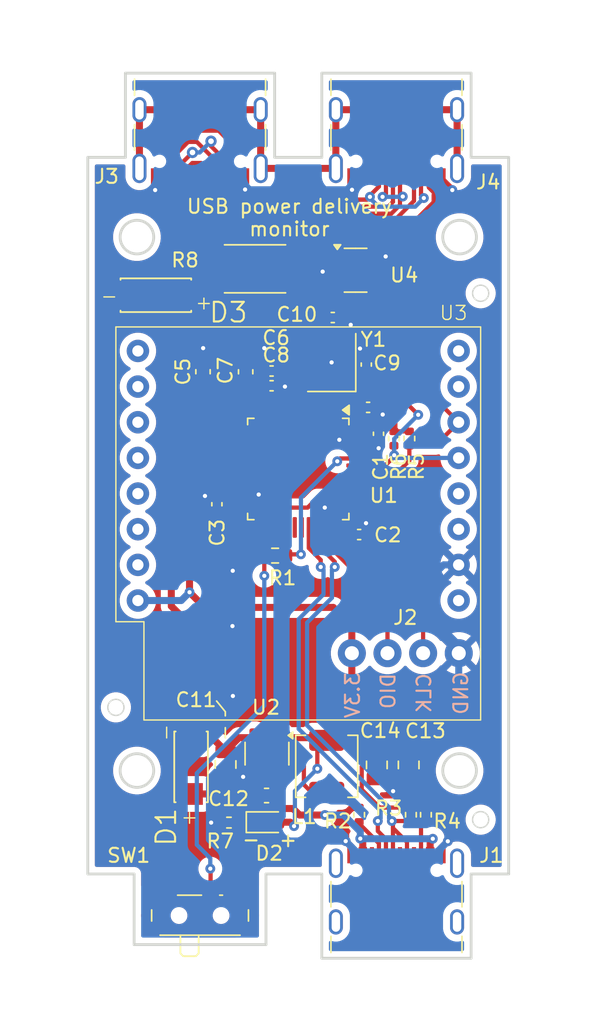
<source format=kicad_pcb>
(kicad_pcb (version 20241229) (generator "pcbnew") (generator_version "9.0")
  (layers (0 "F.Cu" signal) (2 "B.Cu" signal) (13 "F.Paste" user) (15 "B.Paste" user) (5 "F.SilkS" user "F.Silkscreen") (7 "B.SilkS" user "B.Silkscreen") (1 "F.Mask" user) (3 "B.Mask" user) (25 "Edge.Cuts" user))
  (net 0 "")
  (net 2 "GND")
  (net 5 "+3.3V")
  (net 6 "/NRST")
  (net 7 "/HSE_IN")
  (net 11 "/HSE_OUT")
  (net 14 "VIN")
  (net 17 "/SW")
  (net 21 "/BW")
  (net 25 "/VBUS_prog")
  (net 26 "/PWR_LED_C")
  (net 29 "VBUS")
  (net 31 "/CC1_prog")
  (net 42 "/USB_prog_D-")
  (net 48 "/USB_prog_D+")
  (net 49 "/CC2_prog")
  (net 51 "/SWCLK")
  (net 52 "/SWDIO")
  (net 53 "SHIELD")
  (net 54 "/VBUS_in")
  (net 55 "CC")
  (net 56 "SBU")
  (net 57 "USB_D+")
  (net 58 "USB_D-")
  (net 59 "/SW_BOOT0")
  (net 60 "/BOOT0")
  (net 61 "I2C1_SCL")
  (net 62 "I2C1_SDA")
  (footprint "my_footprints:4pin" (layer "F.Cu") (at 114.63 77.64)
    (property "Reference" "J2")
    (property "Value" "Debug")
  )
  (footprint "Resistor_SMD:R_0402_1005Metric" (layer "F.Cu") (at 115.03 89.15 -90)
    (property "Reference" "R4")
    (property "Value" "1k5")
  )
  (footprint "Resistor_SMD:R_0603_1608Metric" (layer "F.Cu") (at 105.35 70.69)
    (property "Reference" "R1")
    (property "Value" "10k")
  )
  (footprint "Capacitor_SMD:C_0402_1005Metric" (layer "F.Cu") (at 105.1 58.59)
    (property "Reference" "C6")
    (property "Value" "10n")
  )
  (footprint "Capacitor_SMD:C_0402_1005Metric" (layer "F.Cu") (at 111.98 60.13)
    (property "Reference" "C4" (hide yes))
    (property "Value" "100n")
  )
  (footprint "Button_Switch_SMD:SW_SPDT_PCM12" (layer "F.Cu") (at 100 96)
    (property "Reference" "SW1")
    (property "Value" "SW_SPDT")
  )
  (footprint "Capacitor_SMD:C_0402_1005Metric" (layer "F.Cu") (at 105.1 57.54 180)
    (property "Reference" "C8")
    (property "Value" "100n")
  )
  (footprint "Package_TO_SOT_SMD:TSOT-23-6" (layer "F.Cu") (at 104.77 84.7975 -90)
    (property "Reference" "U2")
    (property "Value" "AP63203WU")
  )
  (footprint "LED_SMD:LED_0603_1608Metric" (layer "F.Cu") (at 104.78 89.68)
    (property "Reference" "D2")
    (property "Value" "red")
  )
  (footprint "my_footprints:OLED_display_0_66" (layer "F.Cu") (at 107 65)
    (property "Reference" "U3")
    (property "Value" "0.66inch OLED display")
  )
  (footprint "my_footprints:DIOM7959X265N" (layer "F.Cu") (at 99.36 85.72 -90)
    (property "Reference" "D1")
    (property "Value" "SS34")
  )
  (footprint "my_footprints:JLC_tooling_hole" (layer "F.Cu") (at 120 52)
    (property "Reference" "U6" (hide yes))
    (property "Value" "~")
    (fp_circle (center 0 0) (end 0.576 0) (stroke (width 0.1)) (fill no) (layer "Edge.Cuts"))
  )
  (footprint "Capacitor_SMD:C_0805_2012Metric" (layer "F.Cu") (at 114.87 85.6 -90)
    (property "Reference" "C13")
    (property "Value" "22µ")
  )
  (footprint "Capacitor_SMD:C_0603_1608Metric" (layer "F.Cu") (at 100.21 57.59 90)
    (property "Reference" "C5")
    (property "Value" "10µ")
  )
  (footprint "Capacitor_SMD:C_0603_1608Metric" (layer "F.Cu") (at 103.25 57.595 90)
    (property "Reference" "C7")
    (property "Value" "1µ")
  )
  (footprint "my_footprints:USB_C_Receptacle" (layer "F.Cu") (at 100 40 180)
    (property "Reference" "J3")
    (property "Value" "USB_C_Receptacle_USB2.0_16P")
  )
  (footprint "Capacitor_SMD:C_0402_1005Metric" (layer "F.Cu") (at 109.46 53.73)
    (property "Reference" "C10")
    (property "Value" "10p")
  )
  (footprint "my_footprints:JLC_tooling_hole" (layer "F.Cu") (at 120 89.5)
    (property "Reference" "U7" (hide yes))
    (property "Value" "~")
    (fp_circle (center 0 0) (end 0.576 0) (stroke (width 0.1)) (fill no) (layer "Edge.Cuts"))
  )
  (footprint "Resistor_SMD:R_0402_1005Metric" (layer "F.Cu") (at 113.82 62.35 -90)
    (property "Reference" "R6")
    (property "Value" "2k2")
  )
  (footprint "Resistor_SMD:R_0402_1005Metric" (layer "F.Cu") (at 116.1 89.15 90)
    (property "Reference" "R3")
    (property "Value" "5k1")
  )
  (footprint "Capacitor_SMD:C_0603_1608Metric" (layer "F.Cu") (at 104.74 87.78 180)
    (property "Reference" "C12")
    (property "Value" "100n")
  )
  (footprint "Resistor_SMD:R_0402_1005Metric" (layer "F.Cu") (at 102.06 89.71 180)
    (property "Reference" "R7")
    (property "Value" "1k")
  )
  (footprint "Crystal:Crystal_SMD_3225-4Pin_3.2x2.5mm" (layer "F.Cu") (at 109.39 56.94 90)
    (property "Reference" "Y1")
    (property "Value" "16MHz")
  )
  (footprint "my_footprints:JLC_tooling_hole" (layer "F.Cu") (at 94 81.5)
    (property "Reference" "U5" (hide yes))
    (property "Value" "~")
    (fp_circle (center 0 0) (end 0.576 0) (stroke (width 0.1)) (fill no) (layer "Edge.Cuts"))
  )
  (footprint "Capacitor_SMD:C_0402_1005Metric" (layer "F.Cu") (at 112.72 62.01 -90)
    (property "Reference" "C1")
    (property "Value" "100n")
  )
  (footprint "Resistor_SMD:R_0402_1005Metric" (layer "F.Cu") (at 111.34 89.15 -90)
    (property "Reference" "R2")
    (property "Value" "5k1")
  )
  (footprint "my_footprints:USB_C_Receptacle" (layer "F.Cu") (at 114 95.71)
    (property "Reference" "J1")
    (property "Value" "USB_C_Receptacle_USB2.0_16P")
  )
  (footprint "Capacitor_SMD:C_0402_1005Metric" (layer "F.Cu") (at 111.85 57.08 90)
    (property "Reference" "C9")
    (property "Value" "10p")
  )
  (footprint "my_footprints:DIOM7959X265N" (layer "F.Cu") (at 96.83 52.14)
    (property "Reference" "D3")
    (property "Value" "SS34")
  )
  (footprint "Package_TO_SOT_SMD:SOT-23-8" (layer "F.Cu") (at 111.085 50.36)
    (property "Reference" "U4")
    (property "Value" "INA219AxDCN")
  )
  (footprint "Capacitor_SMD:C_0805_2012Metric" (layer "F.Cu") (at 101.82 85.57 -90)
    (property "Reference" "C11")
    (property "Value" "10µ")
  )
  (footprint "Capacitor_SMD:C_0402_1005Metric" (layer "F.Cu") (at 101.2 67.03 90)
    (property "Reference" "C3")
    (property "Value" "100n")
  )
  (footprint "Inductor_SMD:L_APV_APH0420" (layer "F.Cu") (at 109.03 85.7 90)
    (property "Reference" "L1")
    (property "Value" "4µ7")
  )
  (footprint "Package_QFP:LQFP-48_7x7mm_P0.5mm" (layer "F.Cu") (at 107 64.52 -90)
    (property "Reference" "U1")
    (property "Value" "STM32F103C8T6")
  )
  (footprint "Capacitor_SMD:C_0402_1005Metric" (layer "F.Cu") (at 111.34 69.19)
    (property "Reference" "C2")
    (property "Value" "100n")
  )
  (footprint "my_footprints:USB_C_Receptacle" (layer "F.Cu") (at 114 40 180)
    (property "Reference" "J4")
    (property "Value" "USB_C_Receptacle_USB2.0_16P")
  )
  (footprint "Capacitor_SMD:C_0805_2012Metric" (layer "F.Cu") (at 112.6 85.6 -90)
    (property "Reference" "C14")
    (property "Value" "22µ")
  )
  (footprint "Resistor_SMD:R_0402_1005Metric" (layer "F.Cu") (at 114.92 62.35 -90)
    (property "Reference" "R5")
    (property "Value" "2k2")
  )
  (footprint "Resistor_SMD:R_2512_6332Metric" (layer "F.Cu") (at 103.92 50.26)
    (property "Reference" "R8")
    (property "Value" "50 mOhm")
  )
  (gr_line (start 101.8 82.1) (end 101.8 81.81) (stroke (width 0.12)) (layer "F.SilkS"))
  (gr_line (start 101.8 83.66) (end 101.8 82.95) (stroke (width 0.12)) (layer "F.SilkS"))
  (gr_line (start 101.8 81.81) (end 101.18 81.05) (stroke (width 0.12)) (layer "F.SilkS"))
  (gr_line (start 94.68 42.32) (end 92 42.32) (stroke (width 0.2)) (layer "Edge.Cuts"))
  (gr_circle (center 95.5 86) (end 96.7 86) (stroke (width 0.2)) (fill no) (layer "Edge.Cuts"))
  (gr_line (start 119.32 36.32) (end 119.32 42.32) (stroke (width 0.2)) (layer "Edge.Cuts"))
  (gr_line (start 92 42.32) (end 92 93.37) (stroke (width 0.2)) (layer "Edge.Cuts"))
  (gr_line (start 108.68 36.32) (end 108.68 42.32) (stroke (width 0.2)) (layer "Edge.Cuts"))
  (gr_line (start 119.32 93.37) (end 119.32 99.37) (stroke (width 0.2)) (layer "Edge.Cuts"))
  (gr_line (start 105.32 36.32) (end 105.32 42.32) (stroke (width 0.2)) (layer "Edge.Cuts"))
  (gr_circle (center 118.5 48) (end 119.7 48) (stroke (width 0.2)) (fill no) (layer "Edge.Cuts"))
  (gr_line (start 108.68 99.37) (end 119.32 99.37) (stroke (width 0.2)) (layer "Edge.Cuts"))
  (gr_line (start 119.32 42.32) (end 122 42.32) (stroke (width 0.2)) (layer "Edge.Cuts"))
  (gr_line (start 95.3 98.4) (end 104.7 98.4) (stroke (width 0.2)) (layer "Edge.Cuts"))
  (gr_line (start 95.3 93.37) (end 92 93.37) (stroke (width 0.2)) (layer "Edge.Cuts"))
  (gr_circle (center 118.5 86) (end 119.7 86) (stroke (width 0.2)) (fill no) (layer "Edge.Cuts"))
  (gr_line (start 104.7 93.37) (end 104.7 98.4) (stroke (width 0.2)) (layer "Edge.Cuts"))
  (gr_circle (center 95.5 48) (end 96.7 48) (stroke (width 0.2)) (fill no) (layer "Edge.Cuts"))
  (gr_line (start 94.68 36.32) (end 94.68 42.32) (stroke (width 0.2)) (layer "Edge.Cuts"))
  (gr_line (start 105.32 36.32) (end 94.68 36.32) (stroke (width 0.2)) (layer "Edge.Cuts"))
  (gr_line (start 95.3 93.37) (end 95.3 98.4) (stroke (width 0.2)) (layer "Edge.Cuts"))
  (gr_line (start 108.68 93.37) (end 108.68 99.37) (stroke (width 0.2)) (layer "Edge.Cuts"))
  (gr_line (start 119.32 36.32) (end 108.68 36.32) (stroke (width 0.2)) (layer "Edge.Cuts"))
  (gr_line (start 119.32 93.37) (end 122 93.37) (stroke (width 0.2)) (layer "Edge.Cuts"))
  (gr_line (start 108.68 93.37) (end 104.7 93.37) (stroke (width 0.2)) (layer "Edge.Cuts"))
  (gr_line (start 108.68 42.32) (end 105.32 42.32) (stroke (width 0.2)) (layer "Edge.Cuts"))
  (gr_line (start 122 93.37) (end 122 42.32) (stroke (width 0.2)) (layer "Edge.Cuts"))
  (gr_text "-" (at 102.92 91.49 0) (layer "F.SilkS") (effects (font (size 1 1)) (justify left bottom)))
  (gr_text "+" (at 105.56 91.52 0) (layer "F.SilkS") (effects (font (size 1 1)) (justify left bottom)))
  (gr_text "USB power delivery\nmonitor" (at 106.37 48.01 0) (layer "F.SilkS") (effects (font (size 1 1)) (justify bottom)))
  (gr_text "3.3V" (at 111.46 78.92 90) (layer "B.SilkS") (effects (font (size 1 1)) (justify left bottom mirror)))
  (gr_text "GND" (at 119.18 78.87 90) (layer "B.SilkS") (effects (font (size 1 1)) (justify left bottom mirror)))
  (gr_text "DIO" (at 113.99 78.98 90) (layer "B.SilkS") (effects (font (size 1 1)) (justify left bottom mirror)))
  (gr_text "CLK" (at 116.55 78.98 90) (layer "B.SilkS") (effects (font (size 1 1)) (justify left bottom mirror)))
  (segment (start 102.8375 66.77) (end 101.91 66.77) (width 0.3) (layer "F.Cu") (net 2))
  (segment (start 101.91 66.77) (end 101.69 66.55) (width 0.3) (layer "F.Cu") (net 2))
  (segment (start 102.8375 66.77) (end 103.75 66.77) (width 0.3) (layer "F.Cu") (net 2))
  (segment (start 110.38 89.09) (end 110.41 89.06) (width 0.5) (layer "F.Cu") (net 2))
  (segment (start 103.67 56.82) (end 104.58 55.91) (width 0.3) (layer "F.Cu") (net 2))
  (segment (start 101.89 86.45) (end 101.82 86.52) (width 0.5) (layer "F.Cu") (net 2))
  (segment (start 108.965 50.685) (end 108.74 50.46) (width 0.3) (layer "F.Cu") (net 2))
  (segment (start 110.24 55.84) (end 110.24 54.75) (width 0.3) (layer "F.Cu") (net 2))
  (segment (start 100.21 56.815) (end 100.21 55.92) (width 0.5) (layer "F.Cu") (net 2))
  (segment (start 114.87 86.55) (end 114.68 86.55) (width 0.5) (layer "F.Cu") (net 2))
  (segment (start 106.25 58.85) (end 106.05 58.65) (width 0.3) (layer "F.Cu") (net 2))
  (segment (start 108.54 57.76359) (end 109.376522 56.927068) (width 0.3) (layer "F.Cu") (net 2))
  (segment (start 103.21 44.61) (end 103.21 43.69) (width 0.5) (layer "F.Cu") (net 2))
  (segment (start 100.46 66.55) (end 100.35 66.44) (width 0.3) (layer "F.Cu") (net 2))
  (segment (start 110.83 88.64) (end 110.41 89.06) (width 0.5) (layer "F.Cu") (net 2))
  (segment (start 112.72 62.49) (end 112.72 63.03) (width 0.3) (layer "F.Cu") (net 2))
  (segment (start 111.3 55.84) (end 111.4 55.94) (width 0.3) (layer "F.Cu") (net 2))
  (segment (start 109.9475 50.685) (end 108.965 50.685) (width 0.3) (layer "F.Cu") (net 2))
  (segment (start 101.55 89.71) (end 100.79 89.71) (width 0.5) (layer "F.Cu") (net 2))
  (segment (start 112.2225 50.035) (end 112.2225 49.385) (width 0.3) (layer "F.Cu") (net 2))
  (segment (start 97.75 92.75) (end 97.75 94.57) (width 0.5) (layer "F.Cu") (net 2))
  (segment (start 111.85 56.39) (end 111.4 55.94) (width 0.3) (layer "F.Cu") (net 2))
  (segment (start 109.25 68.6825) (end 109.25 67.63) (width 0.3) (layer "F.Cu") (net 2))
  (segment (start 103.25 56.82) (end 103.67 56.82) (width 0.3) (layer "F.Cu") (net 2))
  (segment (start 105.99 58.59) (end 106.05 58.65) (width 0.3) (layer "F.Cu") (net 2))
  (segment (start 110.8 92.03) (end 110.8 91.45) (width 0.5) (layer "F.Cu") (net 2))
  (segment (start 112.2225 49.385) (end 113.225 49.385) (width 0.3) (layer "F.Cu") (net 2))
  (segment (start 110.09789 62.27) (end 109.927746 62.440144) (width 0.3) (layer "F.Cu") (net 2))
  (segment (start 117.2 91.5) (end 117.66 91.04) (width 0.5) (layer "F.Cu") (net 2))
  (segment (start 114.68 86.55) (end 113.76 87.47) (width 0.5) (layer "F.Cu") (net 2))
  (segment (start 110.8 91.45) (end 110.38 91.03) (width 0.5) (layer "F.Cu") (net 2))
  (segment (start 112.6 86.55) (end 112.84 86.55) (width 0.5) (layer "F.Cu") (net 2))
  (segment (start 108.54 58.04) (end 108.54 57.76359) (width 0.3) (layer "F.Cu") (net 2))
  (segment (start 111.34 88.64) (end 110.83 88.64) (width 0.5) (layer "F.Cu") (net 2))
  (segment (start 110.24 54.75) (end 110.74 54.25) (width 0.3) (layer "F.Cu") (net 2))
  (segment (start 103.75 66.77) (end 104.18 66.34) (width 0.3) (layer "F.Cu") (net 2))
  (segment (start 103.585 85.935) (end 103.07 86.45) (width 0.5) (layer "F.Cu") (net 2))
  (segment (start 112.72 63.03) (end 112.73 63.04) (width 0.3) (layer "F.Cu") (net 2))
  (segment (start 113.225 49.385) (end 113.23 49.38) (width 0.3) (layer "F.Cu") (net 2))
  (segment (start 109.25 67.63) (end 108.89 67.27) (width 0.3) (layer "F.Cu") (net 2))
  (segment (start 110.24 55.84) (end 111.3 55.84) (width 0.3) (layer "F.Cu") (net 2))
  (segment (start 100.21 55.92) (end 100.22 55.91) (width 0.3) (layer "F.Cu") (net 2))
  (segment (start 110.83 43.71) (end 110.8 43.68) (width 0.5) (layer "F.Cu") (net 2))
  (segment (start 101.69 66.55) (end 101.2 66.55) (width 0.3) (layer "F.Cu") (net 2))
  (segment (start 111.85 56.6) (end 111.85 56.39) (width 0.3) (layer "F.Cu") (net 2))
  (segment (start 110.24 56.06359) (end 109.376522 56.927068) (width 0.3) (layer "F.Cu") (net 2))
  (segment (start 112.51 60.13) (end 113.02 60.64) (width 0.3) (layer "F.Cu") (net 2))
  (segment (start 112.84 86.55) (end 113.76 87.47) (width 0.5) (layer "F.Cu") (net 2))
  (segment (start 104.62 57.54) (end 104.62 55.95) (width 0.3) (layer "F.Cu") (net 2))
  (segment (start 111.1625 62.27) (end 112.09 62.27) (width 0.3) (layer "F.Cu") (net 2))
  (segment (start 111.82 69.19) (end 111.82 68.39) (width 0.5) (layer "F.Cu") (net 2))
  (segment (start 109.94 53.73) (end 110.22 53.73) (width 0.3) (layer "F.Cu") (net 2))
  (segment (start 111.82 68.39) (end 111.83 68.38) (width 0.5) (layer "F.Cu") (net 2))
  (segment (start 103.21 43.69) (end 103.2 43.68) (width 0.5) (layer "F.Cu") (net 2))
  (segment (start 118.021637 44.689438) (end 117.980954 44.648755) (width 0.5) (layer "F.Cu") (net 2))
  (segment (start 104.62 55.95) (end 104.58 55.91) (width 0.3) (layer "F.Cu") (net 2))
  (segment (start 105.58 58.59) (end 105.99 58.59) (width 0.3) (layer "F.Cu") (net 2))
  (segment (start 96.8 43.68) (end 96.8 44.649415) (width 0.5) (layer "F.Cu") (net 2))
  (segment (start 110.22 53.73) (end 110.74 54.25) (width 0.3) (layer "F.Cu") (net 2))
  (segment (start 118.021637 44.701554) (end 118.021637 44.689438) (width 0.5) (layer "F.Cu") (net 2))
  (segment (start 117.2 92.03) (end 117.2 91.5) (width 0.5) (layer "F.Cu") (net 2))
  (segment (start 110.38 91.03) (end 110.38 89.09) (width 0.5) (layer "F.Cu") (net 2))
  (segment (start 117.2 43.879917) (end 118.021637 44.701554) (width 0.5) (layer "F.Cu") (net 2))
  (segment (start 108.54 58.04) (end 108.54 57.54) (width 0.3) (layer "F.Cu") (net 2))
  (segment (start 100.79 89.71) (end 97.75 92.75) (width 0.5) (layer "F.Cu") (net 2))
  (segment (start 103.82 85.935) (end 103.585 85.935) (width 0.5) (layer "F.Cu") (net 2))
  (segment (start 106.25 59.008309) (end 106.25 58.85) (width 0.3) (layer "F.Cu") (net 2))
  (segment (start 112.09 62.27) (end 112.31 62.49) (width 0.3) (layer "F.Cu") (net 2))
  (segment (start 117.2 43.68) (end 117.2 43.879917) (width 0.5) (layer "F.Cu") (net 2))
  (segment (start 101.2 66.55) (end 100.46 66.55) (width 0.3) (layer "F.Cu") (net 2))
  (segment (start 110.24 55.84) (end 110.24 56.06359) (width 0.3) (layer "F.Cu") (net 2))
  (segment (start 103.07 86.45) (end 101.89 86.45) (width 0.5) (layer "F.Cu") (net 2))
  (segment (start 112.46 60.13) (end 112.51 60.13) (width 0.5) (layer "F.Cu") (net 2))
  (segment (start 111.1625 62.27) (end 110.09789 62.27) (width 0.3) (layer "F.Cu") (net 2))
  (segment (start 112.31 62.49) (end 112.72 62.49) (width 0.3) (layer "F.Cu") (net 2))
  (segment (start 106.25 60.3575) (end 106.25 59.008309) (width 0.3) (layer "F.Cu") (net 2))
  (segment (start 110.83 44.63) (end 110.83 43.71) (width 0.5) (layer "F.Cu") (net 2))
  (via (at 100.79 89.71) (size 0.7) (drill 0.3) (layers "F.Cu" "B.Cu") (net 2))
  (via (at 113.23 49.38) (size 0.7) (drill 0.3) (layers "F.Cu" "B.Cu") (net 2))
  (via (at 112.73 63.04) (size 0.7) (drill 0.3) (layers "F.Cu" "B.Cu") (net 2))
  (via (at 103.21 44.61) (size 0.7) (drill 0.3) (layers "F.Cu" "B.Cu") (net 2))
  (via (at 104.18 66.34) (size 0.7) (drill 0.3) (layers "F.Cu" "B.Cu") (net 2))
  (via (at 106.05 58.65) (size 0.7) (drill 0.3) (layers "F.Cu" "B.Cu") (net 2))
  (via (at 108.89 67.27) (size 0.7) (drill 0.3) (layers "F.Cu" "B.Cu") (net 2))
  (via (at 113.76 87.47) (size 0.7) (drill 0.3) (layers "F.Cu" "B.Cu") (net 2))
  (via (at 110.74 54.25) (size 0.7) (drill 0.3) (layers "F.Cu" "B.Cu") (net 2))
  (via (at 100.22 55.91) (size 0.7) (drill 0.3) (layers "F.Cu" "B.Cu") (net 2))
  (via (at 110.38 91.03) (size 0.7) (drill 0.3) (layers "F.Cu" "B.Cu") (net 2))
  (via (at 111.83 68.38) (size 0.7) (drill 0.3) (layers "F.Cu" "B.Cu") (net 2))
  (via (at 102.33 71.77) (size 0.7) (drill 0.3) (layers "F.Cu" "B.Cu") (net 2))
  (via (at 100.35 66.44) (size 0.7) (drill 0.3) (layers "F.Cu" "B.Cu") (net 2))
  (via (at 109.927746 62.440144) (size 0.7) (drill 0.3) (layers "F.Cu" "B.Cu") (net 2))
  (via (at 117.980954 44.648755) (size 0.7) (drill 0.3) (layers "F.Cu" "B.Cu") (net 2))
  (via (at 102.34 80.69) (size 0.7) (drill 0.3) (layers "F.Cu" "B.Cu") (net 2))
  (via (at 111.4 55.94) (size 0.7) (drill 0.3) (layers "F.Cu" "B.Cu") (net 2))
  (via (at 113.02 60.64) (size 0.7) (drill 0.3) (layers "F.Cu" "B.Cu") (net 2))
  (via (at 103.07 86.45) (size 0.7) (drill 0.3) (layers "F.Cu" "B.Cu") (net 2))
  (via (at 110.83 44.63) (size 0.7) (drill 0.3) (layers "F.Cu" "B.Cu") (net 2))
  (via (at 108.74 50.46) (size 0.7) (drill 0.3) (layers "F.Cu" "B.Cu") (net 2))
  (via (at 102.31 75.71) (size 0.7) (drill 0.3) (layers "F.Cu" "B.Cu") (net 2))
  (via (at 96.8 44.649415) (size 0.7) (drill 0.3) (layers "F.Cu" "B.Cu") (net 2))
  (via (at 109.376522 56.927068) (size 0.7) (drill 0.3) (layers "F.Cu" "B.Cu") (net 2))
  (via (at 104.58 55.91) (size 0.7) (drill 0.3) (layers "F.Cu" "B.Cu") (net 2))
  (via (at 117.66 91.04) (size 0.7) (drill 0.3) (layers "F.Cu" "B.Cu") (net 2))
  (segment (start 102.34 75.74) (end 102.34 80.69) (width 0.3) (layer "B.Cu") (net 2))
  (segment (start 104.39 56.58) (end 100.89 56.58) (width 0.3) (layer "B.Cu") (net 2))
  (segment (start 107.65359 58.65) (end 107.771795 58.531795) (width 0.3) (layer "B.Cu") (net 2))
  (segment (start 116.15 74.78) (end 118.44 77.07) (width 0.5) (layer "B.Cu") (net 2))
  (segment (start 113.23 49.38) (end 113.23 58.57) (width 0.3) (layer "B.Cu") (net 2))
  (segment (start 109.927746 62.440144) (end 109.927746 61.962254) (width 0.3) (layer "B.Cu") (net 2))
  (segment (start 117.36 71.35) (end 118.43 71.35) (width 0.5) (layer "B.Cu") (net 2))
  (segment (start 116.15 72.56) (end 116.15 74.78) (width 0.5) (layer "B.Cu") (net 2))
  (segment (start 113.23 58.66) (end 113.23 58.57) (width 0.3) (layer "B.Cu") (net 2))
  (segment (start 110.412932 56.927068) (end 111.4 55.94) (width 0.3) (layer "B.Cu") (net 2))
  (segment (start 118.44 80.3) (end 118.44 77.64) (width 0.5) (layer "B.Cu") (net 2))
  (segment (start 100.79 90.51) (end 101.3 91.02) (width 0.5) (layer "B.Cu") (net 2))
  (segment (start 100.89 56.58) (end 100.22 55.91) (width 0.3) (layer "B.Cu") (net 2))
  (segment (start 108.74 50.46) (end 112.15 50.46) (width 0.5) (layer "B.Cu") (net 2))
  (segment (start 111.25 60.64) (end 111.17 60.72) (width 0.3) (layer "B.Cu") (net 2))
  (segment (start 110.72 67.27) (end 111.83 68.38) (width 0.3) (layer "B.Cu") (net 2))
  (segment (start 104.18 66.34) (end 106.02789 66.34) (width 0.3) (layer "B.Cu") (net 2))
  (segment (start 118.44 77.07) (end 118.44 77.64) (width 0.5) (layer "B.Cu") (net 2))
  (segment (start 104.58 55.91) (end 104.39 56.1) (width 0.3) (layer "B.Cu") (net 2))
  (segment (start 116.79 89.45) (end 114.81 87.47) (width 0.5) (layer "B.Cu") (net 2))
  (segment (start 111.71 43.75) (end 110.83 44.63) (width 0.5) (layer "B.Cu") (net 2))
  (segment (start 111.97 68.38) (end 116.15 72.56) (width 0.5) (layer "B.Cu") (net 2))
  (segment (start 117.378755 44.648755) (end 116.48 43.75) (width 0.5) (layer "B.Cu") (net 2))
  (segment (start 106.02789 66.34) (end 109.927746 62.440144) (width 0.3) (layer "B.Cu") (net 2))
  (segment (start 112.130144 62.440144) (end 109.927746 62.440144) (width 0.3) (layer "B.Cu") (net 2))
  (segment (start 104.39 56.1) (end 104.39 56.58) (width 0.3) (layer "B.Cu") (net 2))
  (segment (start 112.73 67.48) (end 111.83 68.38) (width 0.5) (layer "B.Cu") (net 2))
  (segment (start 113.23 49.38) (end 117.961245 44.648755) (width 0.5) (layer "B.Cu") (net 2))
  (segment (start 109.927746 61.962254) (end 111.17 60.72) (width 0.3) (layer "B.Cu") (net 2))
  (segment (start 106.05 58.24) (end 104.39 56.58) (width 0.3) (layer "B.Cu") (net 2))
  (segment (start 106.05 58.65) (end 107.65359 58.65) (width 0.3) (layer "B.Cu") (net 2))
  (segment (start 114.81 87.47) (end 113.76 87.47) (width 0.5) (layer "B.Cu") (net 2))
  (segment (start 104.18 66.34) (end 102.33 68.19) (width 0.3) (layer "B.Cu") (net 2))
  (segment (start 111.4 54.91) (end 110.74 54.25) (width 0.3) (layer "B.Cu") (net 2))
  (segment (start 113.76 87.47) (end 113.76 84.98) (width 0.5) (layer "B.Cu") (net 2))
  (segment (start 116.83 89.45) (end 116.79 89.45) (width 0.5) (layer "B.Cu") (net 2))
  (segment (start 103.170585 44.649415) (end 103.21 44.61) (width 0.5) (layer "B.Cu") (net 2))
  (segment (start 96.8 44.649415) (end 103.170585 44.649415) (width 0.5) (layer "B.Cu") (net 2))
  (segment (start 117.66 90.28) (end 116.83 89.45) (width 0.5) (layer "B.Cu") (net 2))
  (segment (start 109.376522 56.927068) (end 110.412932 56.927068) (width 0.3) (layer "B.Cu") (net 2))
  (segment (start 110.38 91.03) (end 111.15 91.8) (width 0.5) (layer "B.Cu") (net 2))
  (segment (start 110.38 91.03) (end 109.34 91.03) (width 0.5) (layer "B.Cu") (net 2))
  (segment (start 109.34 91.03) (end 109.33 91.02) (width 0.5) (layer "B.Cu") (net 2))
  (segment (start 110.83 44.63) (end 103.23 44.63) (width 0.5) (layer "B.Cu") (net 2))
  (segment (start 112.73 63.04) (end 112.130144 62.440144) (width 0.3) (layer "B.Cu") (net 2))
  (segment (start 117.961245 44.648755) (end 117.980954 44.648755) (width 0.3) (layer "B.Cu") (net 2))
  (segment (start 108.89 67.27) (end 110.72 67.27) (width 0.3) (layer "B.Cu") (net 2))
  (segment (start 116.15 72.56) (end 117.36 71.35) (width 0.5) (layer "B.Cu") (net 2))
  (segment (start 102.33 75.69) (end 102.31 75.71) (width 0.3) (layer "B.Cu") (net 2))
  (segment (start 102.31 75.71) (end 102.34 75.74) (width 0.3) (layer "B.Cu") (net 2))
  (segment (start 106.05 58.65) (end 106.05 58.24) (width 0.3) (layer "B.Cu") (net 2))
  (segment (start 110.329856 62.440144) (end 109.927746 62.440144) (width 0.3) (layer "B.Cu") (net 2))
  (segment (start 100.79 89.71) (end 100.79 90.51) (width 0.5) (layer "B.Cu") (net 2))
  (segment (start 103.23 44.63) (end 103.21 44.61) (width 0.5) (layer "B.Cu") (net 2))
  (segment (start 111.83 68.38) (end 111.97 68.38) (width 0.5) (layer "B.Cu") (net 2))
  (segment (start 113.02 60.64) (end 111.25 60.64) (width 0.3) (layer "B.Cu") (net 2))
  (segment (start 116.48 43.75) (end 111.71 43.75) (width 0.5) (layer "B.Cu") (net 2))
  (segment (start 102.33 68.19) (end 102.33 71.77) (width 0.3) (layer "B.Cu") (net 2))
  (segment (start 113.23 60.43) (end 113.02 60.64) (width 0.3) (layer "B.Cu") (net 2))
  (segment (start 111.4 55.94) (end 111.4 54.91) (width 0.3) (layer "B.Cu") (net 2))
  (segment (start 107.771795 58.531795) (end 109.376522 56.927068) (width 0.3) (layer "B.Cu") (net 2))
  (segment (start 113.76 84.98) (end 118.44 80.3) (width 0.5) (layer "B.Cu") (net 2))
  (segment (start 112.15 50.46) (end 113.23 49.38) (width 0.5) (layer "B.Cu") (net 2))
  (segment (start 116.9 91.8) (end 117.66 91.04) (width 0.5) (layer "B.Cu") (net 2))
  (segment (start 102.33 71.77) (end 102.33 75.69) (width 0.3) (layer "B.Cu") (net 2))
  (segment (start 109.376522 56.927068) (end 109.376522 58.926522) (width 0.3) (layer "B.Cu") (net 2))
  (segment (start 117.980954 44.648755) (end 117.378755 44.648755) (width 0.5) (layer "B.Cu") (net 2))
  (segment (start 113.23 58.57) (end 113.23 60.43) (width 0.3) (layer "B.Cu") (net 2))
  (segment (start 109.376522 58.926522) (end 111.17 60.72) (width 0.3) (layer "B.Cu") (net 2))
  (segment (start 112.73 63.04) (end 112.73 67.48) (width 0.5) (layer "B.Cu") (net 2))
  (segment (start 109.33 91.02) (end 101.3 91.02) (width 0.5) (layer "B.Cu") (net 2))
  (segment (start 111.15 91.8) (end 116.9 91.8) (width 0.5) (layer "B.Cu") (net 2))
  (segment (start 117.66 91.04) (end 117.66 90.28) (width 0.5) (layer "B.Cu") (net 2))
  (segment (start 109.75 69.41) (end 109.93 69.59) (width 0.3) (layer "F.Cu") (net 5))
  (segment (start 113.51 61.53) (end 113.82 61.84) (width 0.3) (layer "F.Cu") (net 5))
  (segment (start 102.34 58.37) (end 101.67 57.7) (width 0.5) (layer "F.Cu") (net 5))
  (segment (start 108.37 66.57) (end 107.67 67.27) (width 0.3) (layer "F.Cu") (net 5))
  (segment (start 99.21 66.82) (end 99.9 67.51) (width 0.5) (layer "F.Cu") (net 5))
  (segment (start 112.611 58.029) (end 112.72 58.138) (width 0.5) (layer "F.Cu") (net 5))
  (segment (start 103.015 54.215) (end 106.605 54.215) (width 0.5) (layer "F.Cu") (net 5))
  (segment (start 108.36 85.87) (end 108.36 84.52) (width 0.3) (layer "F.Cu") (net 5))
  (segment (start 105.5675 89.68) (end 106.42 89.68) (width 0.5) (layer "F.Cu") (net 5))
  (segment (start 107.67 67.27) (end 102.8375 67.27) (width 0.3) (layer "F.Cu") (net 5))
  (segment (start 109.5 74.38) (end 100.33 74.38) (width 0.5) (layer "F.Cu") (net 5))
  (segment (start 102.25 92.75) (end 102.25 94.57) (width 0.5) (layer "F.Cu") (net 5))
  (segment (start 112.24 61.53) (end 112 61.77) (width 0.3) (layer "F.Cu") (net 5))
  (segment (start 112.611 58.029) (end 111.5 59.14) (width 0.5) (layer "F.Cu") (net 5))
  (segment (start 102.34 58.37) (end 99.21 61.5) (width 0.5) (layer "F.Cu") (net 5))
  (segment (start 110.82 82.06) (end 110.82 77.64) (width 0.5) (layer "F.Cu") (net 5))
  (segment (start 109.42 66.57) (end 108.37 66.57) (width 0.3) (layer "F.Cu") (net 5))
  (segment (start 109.03 83.85) (end 110.82 82.06) (width 0.5) (layer "F.Cu") (net 5))
  (segment (start 112 61.77) (end 111.1625 61.77) (width 0.3) (layer "F.Cu") (net 5))
  (segment (start 105.75 60.3575) (end 105.75 59.49826) (width 0.3) (layer "F.Cu") (net 5))
  (segment (start 111.5 59.14) (end 111.5 60.13) (width 0.5) (layer "F.Cu") (net 5))
  (segment (start 112.72 61.53) (end 112.24 61.53) (width 0.3) (layer "F.Cu") (net 5))
  (segment (start 111.8 83.85) (end 112.6 84.65) (width 0.5) (layer "F.Cu") (net 5))
  (segment (start 99.9 67.51) (end 101.2 67.51) (width 0.5) (layer "F.Cu") (net 5))
  (segment (start 112.6 84.65) (end 114.87 84.65) (width 0.5) (layer "F.Cu") (net 5))
  (segment (start 111.02 60.13) (end 111.5 60.13) (width 0.3) (layer "F.Cu") (net 5))
  (segment (start 109.75 59.87) (end 109.95 59.67) (width 0.3) (layer "F.Cu") (net 5))
  (segment (start 110.46 69.59) (end 110.86 69.19) (width 0.3) (layer "F.Cu") (net 5))
  (segment (start 110.56 59.67) (end 111.02 60.13) (width 0.3) (layer "F.Cu") (net 5))
  (segment (start 112.81 88.64) (end 115.03 88.64) (width 0.3) (layer "F.Cu") (net 5))
  (segment (start 111.524 87.354) (end 112.81 88.64) (width 0.3) (layer "F.Cu") (net 5))
  (segment (start 105.5675 90.2525) (end 104.22 91.6) (width 0.5) (layer "F.Cu") (net 5))
  (segment (start 110.002786 52.38) (end 112.611 54.988214) (width 0.5) (layer "F.Cu") (net 5))
  (segment (start 104.62 58.59) (end 104.62 58.86) (width 0.3) (layer "F.Cu") (net 5))
  (segment (start 104.22 91.6) (end 103.4 91.6) (width 0.5) (layer "F.Cu") (net 5))
  (segment (start 100.21 58.365) (end 102.335 58.365) (width 0.5) (layer "F.Cu") (net 5))
  (segment (start 108.84 83.66) (end 109.03 83.85) (width 0.5) (layer "F.Cu") (net 5))
  (segment (start 104.62 58.59) (end 103.47 58.59) (width 0.5) (layer "F.Cu") (net 5))
  (segment (start 99.25 68.16) (end 99.9 67.51) (width 0.5) (layer "F.Cu") (net 5))
  (segment (start 109.75 68.6825) (end 109.75 69.41) (width 0.3) (layer "F.Cu") (net 5))
  (segment (start 106.605 54.215) (end 108.44 52.38) (width 0.5) (layer "F.Cu") (net 5))
  (segment (start 109.434 51.386) (end 109.9475 51.386) (width 0.5) (layer "F.Cu") (net 5))
  (segment (start 105.5675 89.68) (end 105.5675 90.2525) (width 0.5) (layer "F.Cu") (net 5))
  (segment (start 109.93 69.59) (end 110.46 69.59) (width 0.3) (layer "F.Cu") (net 5))
  (segment (start 108.44 52.38) (end 110.002786 52.38) (width 0.5) (layer "F.Cu") (net 5))
  (segment (start 108.36 84.52) (end 109.03 83.85) (width 0.3) (layer "F.Cu") (net 5))
  (segment (start 108.44 52.38) (end 109.434 51.386) (width 0.5) (layer "F.Cu") (net 5))
  (segment (start 113.82 61.84) (end 113.82 59.9) (width 0.5) (layer "F.Cu") (net 5))
  (segment (start 104.62 58.86) (end 105.03 59.27) (width 0.3) (layer "F.Cu") (net 5))
  (segment (start 113.82 59.9) (end 112.72 58.8) (width 0.5) (layer "F.Cu") (net 5))
  (segment (start 105.72 83.66) (end 108.84 83.66) (width 0.5) (layer "F.Cu") (net 5))
  (segment (start 109.75 60.3575) (end 109.75 59.87) (width 0.3) (layer "F.Cu") (net 5))
  (segment (start 109.03 83.85) (end 111.8 83.85) (width 0.5) (layer "F.Cu") (net 5))
  (segment (start 101.44 67.27) (end 101.2 67.51) (width 0.3) (layer "F.Cu") (net 5))
  (segment (start 102.8375 67.27) (end 101.44 67.27) (width 0.3) (layer "F.Cu") (net 5))
  (segment (start 112.6 84.65) (end 111.524 85.726) (width 0.3) (layer "F.Cu") (net 5))
  (segment (start 109.75 68.6825) (end 109.75 66.9) (width 0.3) (layer "F.Cu") (net 5))
  (segment (start 103.25 58.37) (end 102.34 58.37) (width 0.5) (layer "F.Cu") (net 5))
  (segment (start 99.21 61.5) (end 99.21 66.82) (width 0.5) (layer "F.Cu") (net 5))
  (segment (start 111.524 85.726) (end 111.524 87.354) (width 0.3) (layer "F.Cu") (net 5))
  (segment (start 106.42 89.68) (end 106.7 89.96) (width 0.5) (layer "F.Cu") (net 5))
  (segment (start 112.72 61.53) (end 113.51 61.53) (width 0.3) (layer "F.Cu") (net 5))
  (segment (start 109.75 66.9) (end 109.42 66.57) (width 0.3) (layer "F.Cu") (net 5))
  (segment (start 110.82 75.7) (end 109.5 74.38) (width 0.5) (layer "F.Cu") (net 5))
  (segment (start 105.52174 59.27) (end 105.03 59.27) (width 0.3) (layer "F.Cu") (net 5))
  (segment (start 114.92 61.84) (end 113.82 61.84) (width 0.3) (layer "F.Cu") (net 5))
  (segment (start 110.82 77.64) (end 110.82 75.7) (width 0.5) (layer "F.Cu") (net 5))
  (segment (start 99.25 73.3) (end 99.25 68.16) (width 0.5) (layer "F.Cu") (net 5))
  (segment (start 112.72 58.138) (end 112.72 58.8) (width 0.5) (layer "F.Cu") (net 5))
  (segment (start 101.67 57.7) (end 101.67 55.56) (width 0.5) (layer "F.Cu") (net 5))
  (segment (start 109.95 59.67) (end 110.56 59.67) (width 0.3) (layer "F.Cu") (net 5))
  (segment (start 100.33 74.38) (end 99.25 73.3) (width 0.5) (layer "F.Cu") (net 5))
  (segment (start 103.4 91.6) (end 102.25 92.75) (width 0.5) (layer "F.Cu") (net 5))
  (segment (start 105.75 59.49826) (end 105.52174 59.27) (width 0.3) (layer "F.Cu") (net 5))
  (segment (start 112.611 54.988214) (end 112.611 58.029) (width 0.5) (layer "F.Cu") (net 5))
  (segment (start 101.67 55.56) (end 103.015 54.215) (width 0.5) (layer "F.Cu") (net 5))
  (segment (start 102.335 58.365) (end 102.34 58.37) (width 0.3) (layer "F.Cu") (net 5))
  (segment (start 103.47 58.59) (end 103.25 58.37) (width 0.3) (layer "F.Cu") (net 5))
  (via (at 99.25 73.3) (size 0.7) (drill 0.3) (layers "F.Cu" "B.Cu") (net 5))
  (via (at 108.36 85.87) (size 0.7) (drill 0.3) (layers "F.Cu" "B.Cu") (net 5))
  (via (at 106.7 89.96) (size 0.7) (drill 0.3) (layers "F.Cu" "B.Cu") (net 5))
  (segment (start 106.76 87.47) (end 106.76 89.9) (width 0.3) (layer "B.Cu") (net 5))
  (segment (start 108.36 85.87) (end 106.76 87.47) (width 0.3) (layer "B.Cu") (net 5))
  (segment (start 98.66 73.89) (end 99.25 73.3) (width 0.5) (layer "B.Cu") (net 5))
  (segment (start 106.76 89.9) (end 106.7 89.96) (width 0.3) (layer "B.Cu") (net 5))
  (segment (start 95.57 73.89) (end 98.66 73.89) (width 0.5) (layer "B.Cu") (net 5))
  (segment (start 106.28 57.54) (end 106.75 58.01) (width 0.3) (layer "F.Cu") (net 6))
  (segment (start 105.58 57.54) (end 106.28 57.54) (width 0.3) (layer "F.Cu") (net 6))
  (segment (start 106.75 58.01) (end 106.75 60.3575) (width 0.3) (layer "F.Cu") (net 6))
  (segment (start 107.75 60.3575) (end 107.75 59.51) (width 0.3) (layer "F.Cu") (net 7))
  (segment (start 111.37 58.04) (end 111.85 57.56) (width 0.3) (layer "F.Cu") (net 7))
  (segment (start 107.75 59.51) (end 108.05 59.21) (width 0.3) (layer "F.Cu") (net 7))
  (segment (start 108.05 59.21) (end 109.07 59.21) (width 0.3) (layer "F.Cu") (net 7))
  (segment (start 109.07 59.21) (end 110.24 58.04) (width 0.3) (layer "F.Cu") (net 7))
  (segment (start 110.24 58.04) (end 111.37 58.04) (width 0.3) (layer "F.Cu") (net 7))
  (segment (start 108.54 54.14) (end 108.54 55.84) (width 0.3) (layer "F.Cu") (net 11))
  (segment (start 107.25 60.3575) (end 107.25 57.13) (width 0.3) (layer "F.Cu") (net 11))
  (segment (start 108.95 53.73) (end 108.54 54.14) (width 0.3) (layer "F.Cu") (net 11))
  (segment (start 108.98 53.73) (end 108.95 53.73) (width 0.3) (layer "F.Cu") (net 11))
  (segment (start 107.25 57.13) (end 108.54 55.84) (width 0.3) (layer "F.Cu") (net 11))
  (segment (start 94.88 52.18) (end 97.95 55.25) (width 0.5) (layer "F.Cu") (net 14))
  (segment (start 97.95 74.29) (end 98.46 74.8) (width 0.5) (layer "F.Cu") (net 14))
  (segment (start 102.78 83.66) (end 101.82 84.62) (width 0.5) (layer "F.Cu") (net 14))
  (segment (start 104.77 83.66) (end 103.82 83.66) (width 0.5) (layer "F.Cu") (net 14))
  (segment (start 99.36 83.77) (end 100.97 83.77) (width 0.5) (layer "F.Cu") (net 14))
  (segment (start 99.36 83.77) (end 99.36 75.7) (width 0.5) (layer "F.Cu") (net 14))
  (segment (start 99.36 75.7) (end 98.46 74.8) (width 0.5) (layer "F.Cu") (net 14))
  (segment (start 94.88 52.14) (end 94.88 52.18) (width 0.5) (layer "F.Cu") (net 14))
  (segment (start 103.82 83.66) (end 102.78 83.66) (width 0.5) (layer "F.Cu") (net 14))
  (segment (start 97.95 55.25) (end 97.95 74.29) (width 0.5) (layer "F.Cu") (net 14))
  (segment (start 100.97 83.77) (end 101.82 84.62) (width 0.5) (layer "F.Cu") (net 14))
  (segment (start 104.77 85.935) (end 104.77 85.42) (width 0.3) (layer "F.Cu") (net 17))
  (segment (start 105.37 84.82) (end 106.54 84.82) (width 0.3) (layer "F.Cu") (net 17))
  (segment (start 104.77 86.54) (end 104.77 85.935) (width 0.3) (layer "F.Cu") (net 17))
  (segment (start 107.4 85.68) (end 107.4 87) (width 0.3) (layer "F.Cu") (net 17))
  (segment (start 104.77 85.42) (end 105.37 84.82) (width 0.3) (layer "F.Cu") (net 17))
  (segment (start 103.965 87.345) (end 104.77 86.54) (width 0.3) (layer "F.Cu") (net 17))
  (segment (start 103.965 87.78) (end 103.965 87.345) (width 0.3) (layer "F.Cu") (net 17))
  (segment (start 107.4 87) (end 107.95 87.55) (width 0.3) (layer "F.Cu") (net 17))
  (segment (start 107.95 87.55) (end 109.03 87.55) (width 0.3) (layer "F.Cu") (net 17))
  (segment (start 106.54 84.82) (end 107.4 85.68) (width 0.3) (layer "F.Cu") (net 17))
  (segment (start 105.72 85.935) (end 105.72 87.575) (width 0.3) (layer "F.Cu") (net 21))
  (segment (start 105.72 87.575) (end 105.515 87.78) (width 0.3) (layer "F.Cu") (net 21))
  (segment (start 106.626 88.706) (end 107.09 89.17) (width 0.5) (layer "F.Cu") (net 25))
  (segment (start 99.36 87.67) (end 100.59 87.67) (width 0.5) (layer "F.Cu") (net 25))
  (segment (start 100.59 87.67) (end 101.626 88.706) (width 0.5) (layer "F.Cu") (net 25))
  (segment (start 101.626 88.706) (end 106.626 88.706) (width 0.5) (layer "F.Cu") (net 25))
  (segment (start 107.09 89.17) (end 108.9 89.17) (width 0.5) (layer "F.Cu") (net 25))
  (segment (start 111.6 91.02995) (end 111.420025 90.849975) (width 0.5) (layer "F.Cu") (net 25))
  (segment (start 116.4 91.05) (end 116.59 90.86) (width 0.5) (layer "F.Cu") (net 25))
  (segment (start 116.4 92.03) (end 116.4 91.05) (width 0.5) (layer "F.Cu") (net 25))
  (segment (start 111.6 92.03) (end 111.6 91.02995) (width 0.5) (layer "F.Cu") (net 25))
  (via (at 116.59 90.86) (size 0.7) (drill 0.3) (layers "F.Cu" "B.Cu") (net 25))
  (via (at 111.420025 90.849975) (size 0.7) (drill 0.3) (layers "F.Cu" "B.Cu") (net 25))
  (via (at 108.9 89.17) (size 0.7) (drill 0.3) (layers "F.Cu" "B.Cu") (net 25))
  (segment (start 111.43005 90.86) (end 116.59 90.86) (width 0.5) (layer "B.Cu") (net 25))
  (segment (start 110.24 89.17) (end 108.9 89.17) (width 0.5) (layer "B.Cu") (net 25))
  (segment (start 111.420025 90.849975) (end 111.43005 90.86) (width 0.5) (layer "B.Cu") (net 25))
  (segment (start 111.420025 90.350025) (end 110.24 89.17) (width 0.5) (layer "B.Cu") (net 25))
  (segment (start 111.420025 90.849975) (end 111.420025 90.350025) (width 0.5) (layer "B.Cu") (net 25))
  (segment (start 102.57 89.71) (end 103.9625 89.71) (width 0.5) (layer "F.Cu") (net 26))
  (segment (start 103.9625 89.71) (end 103.9925 89.68) (width 0.5) (layer "F.Cu") (net 26))
  (segment (start 111.6 43.68) (end 111.749 43.531) (width 0.3) (layer "F.Cu") (net 29))
  (segment (start 110.63663 50.035) (end 111.06 49.61163) (width 0.3) (layer "F.Cu") (net 29))
  (segment (start 117.001 45.652972) (end 117.001 45.025835) (width 1) (layer "F.Cu") (net 29))
  (segment (start 116.264 42.424) (end 116.264 43.544) (width 0.3) (layer "F.Cu") (net 29))
  (segment (start 108.3395 47.683) (end 106.8825 49.14) (width 1) (layer "F.Cu") (net 29))
  (segment (start 111.749 42.351) (end 112.51 41.59) (width 0.3) (layer "F.Cu") (net 29))
  (segment (start 115.43 41.59) (end 116.264 42.424) (width 0.3) (layer "F.Cu") (net 29))
  (segment (start 111.06 47.683) (end 108.3395 47.683) (width 1) (layer "F.Cu") (net 29))
  (segment (start 111.06 47.683) (end 114.970972 47.683) (width 1) (layer "F.Cu") (net 29))
  (segment (start 106.8825 49.14) (end 106.8825 50.26) (width 1) (layer "F.Cu") (net 29))
  (segment (start 111.749 43.531) (end 111.749 42.351) (width 0.3) (layer "F.Cu") (net 29))
  (segment (start 114.970972 47.683) (end 117.001 45.652972) (width 1) (layer "F.Cu") (net 29))
  (segment (start 116.4 44.42) (end 116.4 43.68) (width 0.5) (layer "F.Cu") (net 29))
  (segment (start 116.91 44.93) (end 117.05 45.07) (width 0.5) (layer "F.Cu") (net 29))
  (segment (start 109.9475 50.035) (end 110.63663 50.035) (width 0.3) (layer "F.Cu") (net 29))
  (segment (start 112.51 41.59) (end 115.43 41.59) (width 0.5) (layer "F.Cu") (net 29))
  (segment (start 111.06 49.61163) (end 111.06 47.683) (width 0.3) (layer "F.Cu") (net 29))
  (segment (start 116.4 44.42) (end 116.91 44.93) (width 0.5) (layer "F.Cu") (net 29))
  (segment (start 116.264 43.544) (end 116.4 43.68) (width 0.3) (layer "F.Cu") (net 29))
  (segment (start 111.34 89.78) (end 111.34 89.66) (width 0.3) (layer "F.Cu") (net 31))
  (segment (start 112.75 92.03) (end 112.75 91.19) (width 0.3) (layer "F.Cu") (net 31))
  (segment (start 112.75 91.19) (end 111.34 89.78) (width 0.3) (layer "F.Cu") (net 31))
  (segment (start 113.25 92.03) (end 113.25 90.89) (width 0.3) (layer "F.Cu") (net 42))
  (segment (start 113.43 93.04) (end 114.02 93.04) (width 0.3) (layer "F.Cu") (net 42))
  (segment (start 107.75 68.6825) (end 107.75 70.15) (width 0.3) (layer "F.Cu") (net 42))
  (segment (start 108.6 71) (end 108.6 71.5) (width 0.3) (layer "F.Cu") (net 42))
  (segment (start 107.75 70.15) (end 108.6 71) (width 0.3) (layer "F.Cu") (net 42))
  (segment (start 113.25 90.89) (end 112.670298 90.310298) (width 0.3) (layer "F.Cu") (net 42))
  (segment (start 114.25 92.81) (end 114.25 92.03) (width 0.3) (layer "F.Cu") (net 42))
  (segment (start 112.670298 90.310298) (end 112.670298 89.596199) (width 0.3) (layer "F.Cu") (net 42))
  (segment (start 113.25 92.86) (end 113.43 93.04) (width 0.3) (layer "F.Cu") (net 42))
  (segment (start 114.02 93.04) (end 114.25 92.81) (width 0.3) (layer "F.Cu") (net 42))
  (segment (start 113.25 92.03) (end 113.25 92.86) (width 0.3) (layer "F.Cu") (net 42))
  (via (at 112.670298 89.596199) (size 0.7) (drill 0.3) (layers "F.Cu" "B.Cu") (net 42))
  (via (at 108.6 71.5) (size 0.7) (drill 0.3) (layers "F.Cu" "B.Cu") (net 42))
  (segment (start 112.870297 89.3962) (end 112.670298 89.596199) (width 0.3) (layer "B.Cu") (net 42))
  (segment (start 108.799999 71.699999) (end 108.799999 73.445737) (width 0.3) (layer "B.Cu") (net 42))
  (segment (start 112.870297 88.874561) (end 112.870297 89.3962) (width 0.3) (layer "B.Cu") (net 42))
  (segment (start 107.03 83.034264) (end 112.870297 88.874561) (width 0.3) (layer "B.Cu") (net 42))
  (segment (start 108.6 71.5) (end 108.799999 71.699999) (width 0.3) (layer "B.Cu") (net 42))
  (segment (start 108.799999 73.445737) (end 107.03 75.215736) (width 0.3) (layer "B.Cu") (net 42))
  (segment (start 107.03 75.215736) (end 107.03 83.034264) (width 0.3) (layer "B.Cu") (net 42))
  (segment (start 113.75 89.675901) (end 113.670298 89.596199) (width 0.3) (layer "F.Cu") (net 48))
  (segment (start 108.25 68.6825) (end 108.25 69.78) (width 0.3) (layer "F.Cu") (net 48))
  (segment (start 109.6 71.5) (end 109.6 71.129) (width 0.3) (layer "F.Cu") (net 48))
  (segment (start 109.6 71.129) (end 108.251 69.78) (width 0.3) (layer "F.Cu") (net 48))
  (segment (start 114.75 92.03) (end 114.75 91.1) (width 0.3) (layer "F.Cu") (net 48))
  (segment (start 113.75 92.03) (end 113.75 90.1) (width 0.3) (layer "F.Cu") (net 48))
  (segment (start 113.670298 89.596199) (end 114.966199 89.596199) (width 0.3) (layer "F.Cu") (net 48))
  (segment (start 114.966199 89.596199) (end 115.03 89.66) (width 0.3) (layer "F.Cu") (net 48))
  (segment (start 114.75 91.1) (end 113.75 90.1) (width 0.3) (layer "F.Cu") (net 48))
  (segment (start 113.75 90.1) (end 113.75 89.675901) (width 0.3) (layer "F.Cu") (net 48))
  (via (at 109.6 71.5) (size 0.7) (drill 0.3) (layers "F.Cu" "B.Cu") (net 48))
  (via (at 113.670298 89.596199) (size 0.7) (drill 0.3) (layers "F.Cu" "B.Cu") (net 48))
  (segment (start 109.6 71.5) (end 109.400001 71.699999) (width 0.3) (layer "B.Cu") (net 48))
  (segment (start 107.63 82.785736) (end 113.470299 88.626035) (width 0.3) (layer "B.Cu") (net 48))
  (segment (start 107.63 75.464264) (end 107.63 82.785736) (width 0.3) (layer "B.Cu") (net 48))
  (segment (start 113.470299 89.3962) (end 113.670298 89.596199) (width 0.3) (layer "B.Cu") (net 48))
  (segment (start 109.400001 71.699999) (end 109.400001 73.694263) (width 0.3) (layer "B.Cu") (net 48))
  (segment (start 113.470299 88.626035) (end 113.470299 89.3962) (width 0.3) (layer "B.Cu") (net 48))
  (segment (start 109.400001 73.694263) (end 107.63 75.464264) (width 0.3) (layer "B.Cu") (net 48))
  (segment (start 115.75 90.01) (end 116.1 89.66) (width 0.3) (layer "F.Cu") (net 49))
  (segment (start 115.75 92.03) (end 115.75 90.01) (width 0.3) (layer "F.Cu") (net 49))
  (segment (start 113.74 67.27) (end 111.1625 67.27) (width 0.3) (layer "F.Cu") (net 51))
  (segment (start 115.9 69.43) (end 113.74 67.27) (width 0.3) (layer "F.Cu") (net 51))
  (segment (start 115.9 77.64) (end 115.9 69.43) (width 0.3) (layer "F.Cu") (net 51))
  (segment (start 113.36 74.18) (end 113.36 75.28) (width 0.3) (layer "F.Cu") (net 52))
  (segment (start 108.75 69.57) (end 113.36 74.18) (width 0.3) (layer "F.Cu") (net 52))
  (segment (start 113.36 77.64) (end 113.36 75.28) (width 0.3) (layer "F.Cu") (net 52))
  (segment (start 108.75 68.6825) (end 108.75 69.57) (width 0.3) (layer "F.Cu") (net 52))
  (segment (start 104.32 38.925) (end 104.32 43.105) (width 0.5) (layer "F.Cu") (net 53))
  (segment (start 109.68 43.105) (end 109.68 38.925) (width 0.5) (layer "F.Cu") (net 53))
  (segment (start 104.32 43.105) (end 109.68 43.105) (width 0.5) (layer "F.Cu") (net 53))
  (segment (start 109.68 38.925) (end 118.32 38.925) (width 0.5) (layer "F.Cu") (net 53))
  (segment (start 118.32 38.925) (end 118.32 43.105) (width 0.5) (layer "F.Cu") (net 53))
  (segment (start 95.68 43.105) (end 95.68 38.925) (width 0.5) (layer "F.Cu") (net 53))
  (segment (start 95.68 38.925) (end 104.32 38.925) (width 0.5) (layer "F.Cu") (net 53))
  (segment (start 102.251 42.371) (end 102.251 42.281884) (width 0.3) (layer "F.Cu") (net 54))
  (segment (start 100.9575 50.26) (end 100.9575 51.3625) (width 1) (layer "F.Cu") (net 54))
  (segment (start 101.99 40.94) (end 101.367177 40.317177) (width 0.5) (layer "F.Cu") (net 54))
  (segment (start 97.6 43.68) (end 97.6 44.71) (width 0.5) (layer "F.Cu") (net 54))
  (segment (start 108.823636 49.385) (end 107.9 50.308636) (width 0.3) (layer "F.Cu") (net 54))
  (segment (start 97.6 43.68) (end 97.6 43.33) (width 0.3) (layer "F.Cu") (net 54))
  (segment (start 102.4 43.68) (end 102.251 43.531) (width 0.3) (layer "F.Cu") (net 54))
  (segment (start 100.9575 48.370996) (end 100.9575 50.26) (width 1) (layer "F.Cu") (net 54))
  (segment (start 97.6 45.04) (end 97.6 44.71) (width 0.5) (layer "F.Cu") (net 54))
  (segment (start 107.9 50.308636) (end 107.9 51.88687) (width 0.3) (layer "F.Cu") (net 54))
  (segment (start 101.99 41.83) (end 101.99 40.94) (width 0.5) (layer "F.Cu") (net 54))
  (segment (start 100.8975 50.8225) (end 100.8975 49.2) (width 0.5) (layer "F.Cu") (net 54))
  (segment (start 97.6 43.33) (end 97.749 43.181) (width 0.3) (layer "F.Cu") (net 54))
  (segment (start 106.98687 52.8) (end 100.84 52.8) (width 0.3) (layer "F.Cu") (net 54))
  (segment (start 98.662823 40.317177) (end 97.75 41.23) (width 0.5) (layer "F.Cu") (net 54))
  (segment (start 97.761129 45.174625) (end 100.9575 48.370996) (width 1) (layer "F.Cu") (net 54))
  (segment (start 97.75 41.23) (end 97.75 41.738) (width 0.5) (layer "F.Cu") (net 54))
  (segment (start 107.9 51.88687) (end 106.98687 52.8) (width 0.3) (layer "F.Cu") (net 54))
  (segment (start 97.749 43.181) (end 97.749 41.739) (width 0.3) (layer "F.Cu") (net 54))
  (segment (start 101.367177 40.317177) (end 98.662823 40.317177) (width 0.5) (layer "F.Cu") (net 54))
  (segment (start 101.984558 42.015442) (end 101.984558 41.835442) (width 0.3) (layer "F.Cu") (net 54))
  (segment (start 97.75 41.738) (end 97.749 41.739) (width 0.5) (layer "F.Cu") (net 54))
  (segment (start 100.18 52.14) (end 98.78 52.14) (width 1) (layer "F.Cu") (net 54))
  (segment (start 101.984558 41.835442) (end 101.99 41.83) (width 0.3) (layer "F.Cu") (net 54))
  (segment (start 109.9475 49.385) (end 108.823636 49.385) (width 0.3) (layer "F.Cu") (net 54))
  (segment (start 102.251 42.281884) (end 101.984558 42.015442) (width 0.3) (layer "F.Cu") (net 54))
  (segment (start 100.8975 49.2) (end 100.8975 50.7975) (width 0.3) (layer "F.Cu") (net 54))
  (segment (start 100.84 52.8) (end 100.18 52.14) (width 0.3) (layer "F.Cu") (net 54))
  (segment (start 102.251 43.531) (end 102.251 42.371) (width 0.3) (layer "F.Cu") (net 54))
  (segment (start 100.9575 51.3625) (end 100.18 52.14) (width 1) (layer "F.Cu") (net 54))
  (segment (start 101.25 42.697925) (end 101.25 43.68) (width 0.3) (layer "F.Cu") (net 55))
  (segment (start 100.622 46.832) (end 113.837521 46.832) (width 0.3) (layer "F.Cu") (net 55))
  (segment (start 115.25 42.751479) (end 115.25 43.68) (width 0.3) (layer "F.Cu") (net 55))
  (segment (start 98.25 43.1) (end 98.25 42.117925) (width 0.3) (layer "F.Cu") (net 55))
  (segment (start 98.25 43.68) (end 98.25 43.1) (width 0.3) (layer "F.Cu") (net 55))
  (segment (start 98.25 43.1) (end 98.25 44.46) (width 0.3) (layer "F.Cu") (net 55))
  (segment (start 99.148925 41.219) (end 99.771075 41.219) (width 0.3) (layer "F.Cu") (net 55))
  (segment (start 115.25 45.419521) (end 115.25 43.68) (width 0.3) (layer "F.Cu") (net 55))
  (segment (start 112.25 42.95) (end 112.981 42.219) (width 0.3) (layer "F.Cu") (net 55))
  (segment (start 112.981 42.219) (end 114.71752 42.219) (width 0.3) (layer "F.Cu") (net 55))
  (segment (start 98.25 42.117925) (end 99.148925 41.219) (width 0.3) (layer "F.Cu") (net 55))
  (segment (start 99.771075 41.219) (end 101.25 42.697925) (width 0.3) (layer "F.Cu") (net 55))
  (segment (start 98.25 44.46) (end 100.622 46.832) (width 0.3) (layer "F.Cu") (net 55))
  (segment (start 113.837521 46.832) (end 115.25 45.419521) (width 0.3) (layer "F.Cu") (net 55))
  (segment (start 112.25 43.68) (end 112.25 42.95) (width 0.3) (layer "F.Cu") (net 55))
  (segment (start 114.71752 42.219) (end 115.25 42.751479) (width 0.3) (layer "F.Cu") (net 55))
  (segment (start 100.780914 41.168177) (end 100.780914 41.520319) (width 0.3) (layer "F.Cu") (net 56))
  (segment (start 111.11 45.33) (end 111.909947 45.33) (width 0.3) (layer "F.Cu") (net 56))
  (segment (start 101.75 44.93) (end 101.75 43.68) (width 0.3) (layer "F.Cu") (net 56))
  (segment (start 115.75 45.017633) (end 115.95 45.217633) (width 0.3) (layer "F.Cu") (net 56))
  (segment (start 111.11 45.33) (end 102.15 45.33) (width 0.3) (layer "F.Cu") (net 56))
  (segment (start 100.780914 41.520319) (end 101.75 42.489405) (width 0.3) (layer "F.Cu") (net 56))
  (segment (start 111.82 45.33) (end 111.11 45.33) (width 0.3) (layer "F.Cu") (net 56))
  (segment (start 98.75 42.68) (end 99.46 41.97) (width 0.3) (layer "F.Cu") (net 56))
  (segment (start 101.75 42.489405) (end 101.75 43.68) (width 0.3) (layer "F.Cu") (net 56))
  (segment (start 112.75 44.4) (end 111.82 45.33) (width 0.3) (layer "F.Cu") (net 56))
  (segment (start 102.15 45.33) (end 101.75 44.93) (width 0.3) (layer "F.Cu") (net 56))
  (segment (start 98.75 43.68) (end 98.75 42.68) (width 0.3) (layer "F.Cu") (net 56))
  (segment (start 112.75 43.68) (end 112.75 44.4) (width 0.3) (layer "F.Cu") (net 56))
  (segment (start 111.909947 45.33) (end 112.108947 45.131) (width 0.3) (layer "F.Cu") (net 56))
  (segment (start 115.75 43.68) (end 115.75 45.017633) (width 0.3) (layer "F.Cu") (net 56))
  (via (at 100.780914 41.168177) (size 0.8) (drill 0.4) (layers "F.Cu" "B.Cu") (net 56))
  (via (at 99.46 41.97) (size 0.8) (drill 0.4) (layers "F.Cu" "B.Cu") (net 56))
  (via (at 112.108947 45.131) (size 0.7) (drill 0.3) (layers "F.Cu" "B.Cu") (net 56))
  (via (at 115.95 45.217633) (size 0.7) (drill 0.3) (layers "F.Cu" "B.Cu") (net 56))
  (segment (start 99.46 41.97) (end 99.979091 41.97) (width 0.3) (layer "B.Cu") (net 56))
  (segment (start 112.108947 45.222363) (end 112.718585 45.832001) (width 0.3) (layer "B.Cu") (net 56))
  (segment (start 112.718585 45.832001) (end 115.335632 45.832001) (width 0.3) (layer "B.Cu") (net 56))
  (segment (start 115.335632 45.832001) (end 115.95 45.217633) (width 0.3) (layer "B.Cu") (net 56))
  (segment (start 99.979091 41.97) (end 100.780914 41.168177) (width 0.3) (layer "B.Cu") (net 56))
  (segment (start 112.108947 45.131) (end 112.108947 45.222363) (width 0.3) (layer "B.Cu") (net 56))
  (segment (start 114.25 45.711) (end 113.63 46.331) (width 0.3) (layer "F.Cu") (net 57))
  (segment (start 99.25 43.68) (end 99.25 42.92) (width 0.3) (layer "F.Cu") (net 57))
  (segment (start 113.25 43.68) (end 113.25 44.88995) (width 0.3) (layer "F.Cu") (net 57))
  (segment (start 100.25 42.9) (end 100.25 43.68) (width 0.3) (layer "F.Cu") (net 57))
  (segment (start 113.25 44.88995) (end 113.008949 45.131001) (width 0.3) (layer "F.Cu") (net 57))
  (segment (start 114.25 44.91) (end 114.45 45.11) (width 0.3) (layer "F.Cu") (net 57))
  (segment (start 99.25 42.92) (end 99.45 42.72) (width 0.3) (layer "F.Cu") (net 57))
  (segment (start 112.99752 46.331) (end 113.33 46.331) (width 0.3) (layer "F.Cu") (net 57))
  (segment (start 114.25 44.27) (end 114.25 45.711) (width 0.3) (layer "F.Cu") (net 57))
  (segment (start 99.25 43.68) (end 99.25 44.75) (width 0.3) (layer "F.Cu") (net 57))
  (segment (start 100.07 42.72) (end 100.25 42.9) (width 0.3) (layer "F.Cu") (net 57))
  (segment (start 113.63 46.331) (end 113.33 46.331) (width 0.3) (layer "F.Cu") (net 57))
  (segment (start 112.997521 46.331) (end 112.99752 46.331) (width 0.3) (layer "F.Cu") (net 57))
  (segment (start 99.25 44.75) (end 100.831 46.331) (width 0.3) (layer "F.Cu") (net 57))
  (segment (start 99.45 42.72) (end 100.07 42.72) (width 0.3) (layer "F.Cu") (net 57))
  (segment (start 114.25 44.27) (end 114.25 44.91) (width 0.3) (layer "F.Cu") (net 57))
  (segment (start 100.831 46.331) (end 112.997521 46.331) (width 0.3) (layer "F.Cu") (net 57))
  (segment (start 114.25 43.68) (end 114.25 44.27) (width 0.3) (layer "F.Cu") (net 57))
  (via (at 114.45 45.11) (size 0.7) (drill 0.3) (layers "F.Cu" "B.Cu") (net 57))
  (via (at 113.008949 45.131001) (size 0.7) (drill 0.3) (layers "F.Cu" "B.Cu") (net 57))
  (segment (start 114.428999 45.131001) (end 114.45 45.11) (width 0.3) (layer "B.Cu") (net 57))
  (segment (start 113.008949 45.131001) (end 114.428999 45.131001) (width 0.3) (layer "B.Cu") (net 57))
  (segment (start 113.75 45.49) (end 113.41 45.83) (width 0.3) (layer "F.Cu") (net 58))
  (segment (start 114.75 42.96) (end 114.51 42.72) (width 0.3) (layer "F.Cu") (net 58))
  (segment (start 114.51 42.72) (end 113.99 42.72) (width 0.3) (layer "F.Cu") (net 58))
  (segment (start 100.01 44.7) (end 100.46 44.7) (width 0.3) (layer "F.Cu") (net 58))
  (segment (start 113.41 45.83) (end 113.12 45.83) (width 0.3) (layer "F.Cu") (net 58))
  (segment (start 101.401 45.831) (end 113.119 45.831) (width 0.3) (layer "F.Cu") (net 58))
  (segment (start 99.75 44.44) (end 100.01 44.7) (width 0.3) (layer "F.Cu") (net 58))
  (segment (start 114.75 43.68) (end 114.75 42.96) (width 0.3) (layer "F.Cu") (net 58))
  (segment (start 100.75 44.41) (end 100.75 43.68) (width 0.3) (layer "F.Cu") (net 58))
  (segment (start 113.119 45.831) (end 113.12 45.83) (width 0.3) (layer "F.Cu") (net 58))
  (segment (start 100.75 45.18) (end 100.75 43.68) (width 0.3) (layer "F.Cu") (net 58))
  (segment (start 113.75 42.96) (end 113.75 43.68) (width 0.3) (layer "F.Cu") (net 58))
  (segment (start 100.46 44.7) (end 100.75 44.41) (width 0.3) (layer "F.Cu") (net 58))
  (segment (start 99.75 43.68) (end 99.75 44.44) (width 0.3) (layer "F.Cu") (net 58))
  (segment (start 101.401 45.831) (end 100.75 45.18) (width 0.3) (layer "F.Cu") (net 58))
  (segment (start 113.99 42.72) (end 113.75 42.96) (width 0.3) (layer "F.Cu") (net 58))
  (segment (start 113.75 43.68) (end 113.75 45.49) (width 0.3) (layer "F.Cu") (net 58))
  (segment (start 104.58 72.13) (end 104.58 70.745) (width 0.3) (layer "F.Cu") (net 59))
  (segment (start 104.58 70.745) (end 104.525 70.69) (width 0.3) (layer "F.Cu") (net 59))
  (segment (start 100.75 93.01) (end 100.73 92.99) (width 0.3) (layer "F.Cu") (net 59))
  (segment (start 100.75 94.57) (end 100.75 93.01) (width 0.3) (layer "F.Cu") (net 59))
  (via (at 100.73 92.99) (size 0.7) (drill 0.3) (layers "F.Cu" "B.Cu") (net 59))
  (via (at 104.58 72.13) (size 0.7) (drill 0.3) (layers "F.Cu" "B.Cu") (net 59))
  (segment (start 99.77 86.19) (end 99.77 91.29) (width 0.3) (layer "B.Cu") (net 59))
  (segment (start 104.58 72.13) (end 104.58 81.38) (width 0.3) (layer "B.Cu") (net 59))
  (segment (start 100.73 92.25) (end 100.73 92.99) (width 0.3) (layer "B.Cu") (net 59))
  (segment (start 99.77 91.29) (end 100.73 92.25) (width 0.3) (layer "B.Cu") (net 59))
  (segment (start 104.58 81.38) (end 99.77 86.19) (width 0.3) (layer "B.Cu") (net 59))
  (segment (start 107.19 70.6) (end 106.265 70.6) (width 0.3) (layer "F.Cu") (net 60))
  (segment (start 106.265 70.6) (end 106.175 70.69) (width 0.3) (layer "F.Cu") (net 60))
  (segment (start 111.1625 63.77) (end 109.98 63.77) (width 0.3) (layer "F.Cu") (net 60))
  (segment (start 109.98 63.77) (end 109.78 63.97) (width 0.3) (layer "F.Cu") (net 60))
  (via (at 109.78 63.97) (size 0.7) (drill 0.3) (layers "F.Cu" "B.Cu") (net 60))
  (via (at 107.19 70.6) (size 0.7) (drill 0.3) (layers "F.Cu" "B.Cu") (net 60))
  (segment (start 107.19 66.56) (end 107.19 70.6) (width 0.3) (layer "B.Cu") (net 60))
  (segment (start 109.78 63.97) (end 107.19 66.56) (width 0.3) (layer "B.Cu") (net 60))
  (segment (start 114.27 53.42) (end 112.2225 51.3725) (width 0.3) (layer "F.Cu") (net 61))
  (segment (start 118.43 61.19) (end 114.27 57.03) (width 0.3) (layer "F.Cu") (net 61))
  (segment (start 114.068999 64.771) (end 112.99248 64.771) (width 0.3) (layer "F.Cu") (net 61))
  (segment (start 111.1625 64.77) (end 112.99148 64.77) (width 0.3) (layer "F.Cu") (net 61))
  (segment (start 112.2225 51.3725) (end 112.2225 51.335) (width 0.3) (layer "F.Cu") (net 61))
  (segment (start 112.99148 64.77) (end 112.99248 64.771) (width 0.3) (layer "F.Cu") (net 61))
  (segment (start 114.92 63.919999) (end 114.92 62.86) (width 0.3) (layer "F.Cu") (net 61))
  (segment (start 114.92 62.86) (end 116.76 62.86) (width 0.3) (layer "F.Cu") (net 61))
  (segment (start 116.76 62.86) (end 118.43 61.19) (width 0.3) (layer "F.Cu") (net 61))
  (segment (start 114.27 57.03) (end 114.27 53.42) (width 0.3) (layer "F.Cu") (net 61))
  (segment (start 114.068999 64.771) (end 114.92 63.919999) (width 0.3) (layer "F.Cu") (net 61))
  (segment (start 113.82 63.52) (end 113.84 63.54) (width 0.3) (layer "F.Cu") (net 62))
  (segment (start 111.209 51.011) (end 111.209 52.219) (width 0.3) (layer "F.Cu") (net 62))
  (segment (start 113.84 63.63) (end 113.84 63.54) (width 0.3) (layer "F.Cu") (net 62))
  (segment (start 111.535 50.685) (end 111.209 51.011) (width 0.3) (layer "F.Cu") (net 62))
  (segment (start 111.209 52.219) (end 113.769 54.779) (width 0.3) (layer "F.Cu") (net 62))
  (segment (start 113.769 54.779) (end 113.769 58.01) (width 0.3) (layer "F.Cu") (net 62))
  (segment (start 113.82 62.86) (end 113.82 63.52) (width 0.3) (layer "F.Cu") (net 62))
  (segment (start 111.1625 64.27) (end 113.2 64.27) (width 0.3) (layer "F.Cu") (net 62))
  (segment (start 113.2 64.27) (end 113.84 63.63) (width 0.3) (layer "F.Cu") (net 62))
  (segment (start 113.769 58.01) (end 113.769 58.879) (width 0.3) (layer "F.Cu") (net 62))
  (segment (start 112.2225 50.685) (end 111.535 50.685) (width 0.3) (layer "F.Cu") (net 62))
  (segment (start 113.769 58.879) (end 115.55 60.66) (width 0.3) (layer "F.Cu") (net 62))
  (via (at 115.55 60.66) (size 0.7) (drill 0.3) (layers "F.Cu" "B.Cu") (net 62))
  (via (at 113.84 63.54) (size 0.7) (drill 0.3) (layers "F.Cu" "B.Cu") (net 62))
  (segment (start 113.84 62.37) (end 113.84 62.79) (width 0.3) (layer "B.Cu") (net 62))
  (segment (start 115.55 60.66) (end 113.84 62.37) (width 0.3) (layer "B.Cu") (net 62))
  (segment (start 113.84 63.54) (end 113.84 62.79) (width 0.3) (layer "B.Cu") (net 62))
  (segment (start 114.03 63.73) (end 118.43 63.73) (width 0.3) (layer "B.Cu") (net 62))
  (segment (start 113.84 63.54) (end 114.03 63.73) (width 0.3) (layer "B.Cu") (net 62))
  (zone (net 2) (net_name "GND") (layers "F.Cu" "B.Cu") (connect_pads (clearance 0.5)) (min_thickness 0.25) (fill yes (thermal_gap 0.5) (thermal_bridge_width 0.5))
    (polygon (pts (xy 85.74 31.11) (xy 128.8 31.11) (xy 128.8 104.06) (xy 85.87 104.06)))
  )
)
</source>
